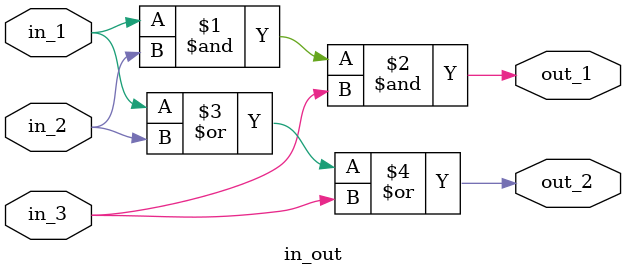
<source format=v>
module in_out (
    input in_1, in_2, in_3,
    output out_1, out_2
);

assign out_1 = in_1 & in_2 & in_3;
assign out_2 = in_1 | in_2 | in_3;
    
endmodule

</source>
